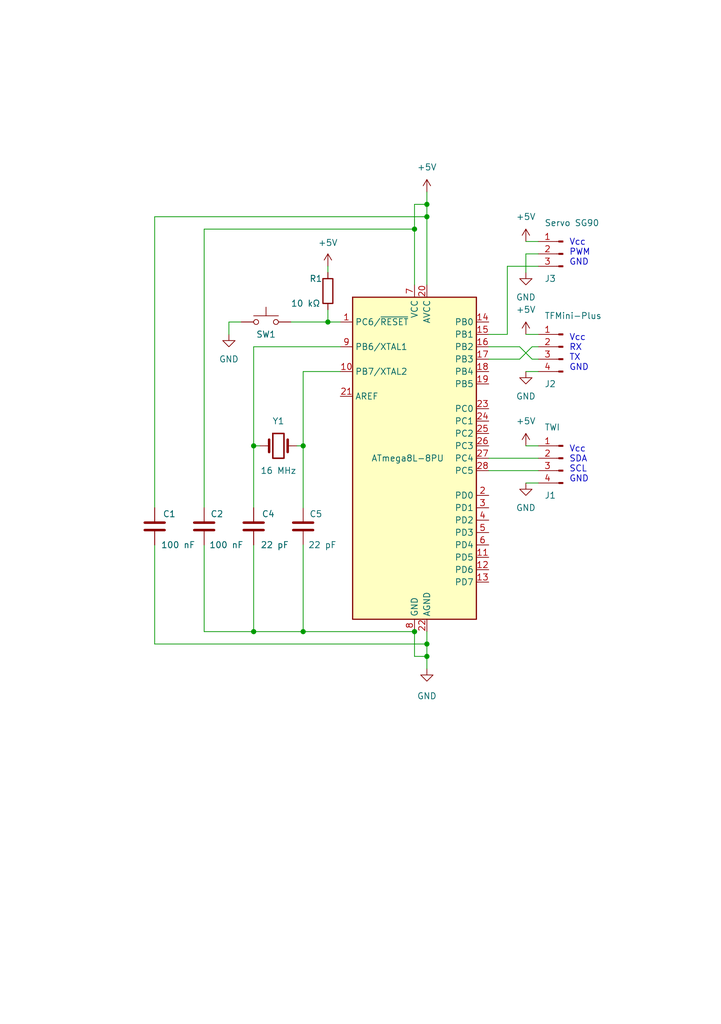
<source format=kicad_sch>
(kicad_sch (version 20211123) (generator eeschema)
  (paper "A5" portrait)
  (title_block (title "Lidar board") (date "2022-01-08") (rev "0.3.0") (comment 1 "Location: https://github.com/atlas144/mals") (comment 2 "SPDX-License-Identifier: CERN-OHL-S-2.0") (comment 3 "Author: Jakub Švarc (jakubsvarc@protonmail.com)"))
  (lib_symbols
    (symbol "Connector:Conn_01x03_Male" (pin_names (offset 1.016) hide)
      (property "Reference" "J" (at 0 5.08 0))
      (property "Value" "Conn_01x03_Male" (at 0 -5.08 0))
      (symbol "Conn_01x03_Male_1_1"
        (polyline (pts (xy 1.27 -2.54) (xy 0.8636 -2.54)) (stroke (width 0.1524)))
        (polyline (pts (xy 1.27 0) (xy 0.8636 0)) (stroke (width 0.1524)))
        (polyline (pts (xy 1.27 2.54) (xy 0.8636 2.54)) (stroke (width 0.1524)))
        (rectangle (start 0.8636 -2.413) (end 0 -2.667) (stroke (width 0.1524)) (fill (type outline)))
        (rectangle (start 0.8636 0.127) (end 0 -0.127) (stroke (width 0.1524)) (fill (type outline)))
        (rectangle (start 0.8636 2.667) (end 0 2.413) (stroke (width 0.1524)) (fill (type outline)))
        (pin passive line (at 5.08 2.54 180) (length 3.81) (name "Pin_1") (number "1"))
        (pin passive line (at 5.08 0 180) (length 3.81) (name "Pin_2") (number "2"))
        (pin passive line (at 5.08 -2.54 180) (length 3.81) (name "Pin_3") (number "3"))
      )
    )
    (symbol "Connector:Conn_01x04_Male" (pin_names (offset 1.016) hide)
      (property "Reference" "J" (at 0 5.08 0))
      (property "Value" "Conn_01x04_Male" (at 0 -7.62 0))
      (symbol "Conn_01x04_Male_1_1"
        (polyline (pts (xy 1.27 -5.08) (xy 0.8636 -5.08)) (stroke (width 0.1524)))
        (polyline (pts (xy 1.27 -2.54) (xy 0.8636 -2.54)) (stroke (width 0.1524)))
        (polyline (pts (xy 1.27 0) (xy 0.8636 0)) (stroke (width 0.1524)))
        (polyline (pts (xy 1.27 2.54) (xy 0.8636 2.54)) (stroke (width 0.1524)))
        (rectangle (start 0.8636 -4.953) (end 0 -5.207) (stroke (width 0.1524)) (fill (type outline)))
        (rectangle (start 0.8636 -2.413) (end 0 -2.667) (stroke (width 0.1524)) (fill (type outline)))
        (rectangle (start 0.8636 0.127) (end 0 -0.127) (stroke (width 0.1524)) (fill (type outline)))
        (rectangle (start 0.8636 2.667) (end 0 2.413) (stroke (width 0.1524)) (fill (type outline)))
        (pin passive line (at 5.08 2.54 180) (length 3.81) (name "Pin_1") (number "1"))
        (pin passive line (at 5.08 0 180) (length 3.81) (name "Pin_2") (number "2"))
        (pin passive line (at 5.08 -2.54 180) (length 3.81) (name "Pin_3") (number "3"))
        (pin passive line (at 5.08 -5.08 180) (length 3.81) (name "Pin_4") (number "4"))
      )
    )
    (symbol "Device:C" (pin_numbers hide) (pin_names (offset 0.254))
      (property "Reference" "C" (at 0.635 2.54 0))
      (property "Value" "C" (at 0.635 -2.54 0))
      (symbol "C_0_1"
        (polyline (pts (xy -2.032 -0.762) (xy 2.032 -0.762)) (stroke (width 0.508)))
        (polyline (pts (xy -2.032 0.762) (xy 2.032 0.762)) (stroke (width 0.508)))
      )
      (symbol "C_1_1"
        (pin passive line (at 0 3.81 270) (length 2.794) (name "~") (number "1"))
        (pin passive line (at 0 -3.81 90) (length 2.794) (name "~") (number "2"))
      )
    )
    (symbol "Device:Crystal" (pin_numbers hide) (pin_names (offset 1.016) hide)
      (property "Reference" "Y" (at 0 3.81 0))
      (property "Value" "Crystal" (at 0 -3.81 0))
      (symbol "Crystal_0_1"
        (rectangle (start -1.143 2.54) (end 1.143 -2.54) (stroke (width 0.3048)))
        (polyline (pts (xy -2.54 0) (xy -1.905 0)))
        (polyline (pts (xy -1.905 -1.27) (xy -1.905 1.27)) (stroke (width 0.508)))
        (polyline (pts (xy 1.905 -1.27) (xy 1.905 1.27)) (stroke (width 0.508)))
        (polyline (pts (xy 2.54 0) (xy 1.905 0)))
      )
      (symbol "Crystal_1_1"
        (pin passive line (at -3.81 0 0) (length 1.27) (name "1") (number "1"))
        (pin passive line (at 3.81 0 180) (length 1.27) (name "2") (number "2"))
      )
    )
    (symbol "Device:R" (pin_numbers hide) (pin_names (offset 0))
      (property "Reference" "R" (at 2.032 0 90))
      (property "Value" "R" (at 0 0 90))
      (symbol "R_0_1"
        (rectangle (start -1.016 -2.54) (end 1.016 2.54) (stroke (width 0.254)))
      )
      (symbol "R_1_1"
        (pin passive line (at 0 3.81 270) (length 1.27) (name "~") (number "1"))
        (pin passive line (at 0 -3.81 90) (length 1.27) (name "~") (number "2"))
      )
    )
    (symbol "MCU_Microchip_ATmega:ATmega8L-8P"
      (property "Reference" "U" (at -12.7 34.29 0))
      (property "Value" "ATmega8L-8P" (at 5.08 -34.29 0))
      (symbol "ATmega8L-8P_0_1"
        (rectangle (start -12.7 -33.02) (end 12.7 33.02) (stroke (width 0.254)) (fill (type background)))
      )
      (symbol "ATmega8L-8P_1_1"
        (pin bidirectional line (at -15.24 27.94 0) (length 2.54) (name "PC6/~{RESET}") (number "1"))
        (pin bidirectional line (at -15.24 17.78 0) (length 2.54) (name "PB7/XTAL2") (number "10"))
        (pin bidirectional line (at 15.24 -20.32 180) (length 2.54) (name "PD5") (number "11"))
        (pin bidirectional line (at 15.24 -22.86 180) (length 2.54) (name "PD6") (number "12"))
        (pin bidirectional line (at 15.24 -25.4 180) (length 2.54) (name "PD7") (number "13"))
        (pin bidirectional line (at 15.24 27.94 180) (length 2.54) (name "PB0") (number "14"))
        (pin bidirectional line (at 15.24 25.4 180) (length 2.54) (name "PB1") (number "15"))
        (pin bidirectional line (at 15.24 22.86 180) (length 2.54) (name "PB2") (number "16"))
        (pin bidirectional line (at 15.24 20.32 180) (length 2.54) (name "PB3") (number "17"))
        (pin bidirectional line (at 15.24 17.78 180) (length 2.54) (name "PB4") (number "18"))
        (pin bidirectional line (at 15.24 15.24 180) (length 2.54) (name "PB5") (number "19"))
        (pin bidirectional line (at 15.24 -7.62 180) (length 2.54) (name "PD0") (number "2"))
        (pin power_in line (at 2.54 35.56 270) (length 2.54) (name "AVCC") (number "20"))
        (pin passive line (at -15.24 12.7 0) (length 2.54) (name "AREF") (number "21"))
        (pin power_in line (at 2.54 -35.56 90) (length 2.54) (name "AGND") (number "22"))
        (pin bidirectional line (at 15.24 10.16 180) (length 2.54) (name "PC0") (number "23"))
        (pin bidirectional line (at 15.24 7.62 180) (length 2.54) (name "PC1") (number "24"))
        (pin bidirectional line (at 15.24 5.08 180) (length 2.54) (name "PC2") (number "25"))
        (pin bidirectional line (at 15.24 2.54 180) (length 2.54) (name "PC3") (number "26"))
        (pin bidirectional line (at 15.24 0 180) (length 2.54) (name "PC4") (number "27"))
        (pin bidirectional line (at 15.24 -2.54 180) (length 2.54) (name "PC5") (number "28"))
        (pin bidirectional line (at 15.24 -10.16 180) (length 2.54) (name "PD1") (number "3"))
        (pin bidirectional line (at 15.24 -12.7 180) (length 2.54) (name "PD2") (number "4"))
        (pin bidirectional line (at 15.24 -15.24 180) (length 2.54) (name "PD3") (number "5"))
        (pin bidirectional line (at 15.24 -17.78 180) (length 2.54) (name "PD4") (number "6"))
        (pin power_in line (at 0 35.56 270) (length 2.54) (name "VCC") (number "7"))
        (pin power_in line (at 0 -35.56 90) (length 2.54) (name "GND") (number "8"))
        (pin bidirectional line (at -15.24 22.86 0) (length 2.54) (name "PB6/XTAL1") (number "9"))
      )
    )
    (symbol "Switch:SW_Push" (pin_numbers hide) (pin_names (offset 1.016) hide)
      (property "Reference" "SW" (at 1.27 2.54 0))
      (property "Value" "SW_Push" (at 0 -1.524 0))
      (symbol "SW_Push_0_1"
        (circle (center -2.032 0) (radius 0.508))
        (polyline (pts (xy 0 1.27) (xy 0 3.048)))
        (polyline (pts (xy 2.54 1.27) (xy -2.54 1.27)))
        (circle (center 2.032 0) (radius 0.508))
        (pin passive line (at -5.08 0 0) (length 2.54) (name "1") (number "1"))
        (pin passive line (at 5.08 0 180) (length 2.54) (name "2") (number "2"))
      )
    )
    (symbol "power:+5V" (power) (pin_names (offset 0))
      (property "Value" "+5V" (at 0 3.556 0))
      (symbol "+5V_0_1"
        (polyline (pts (xy -0.762 1.27) (xy 0 2.54)))
        (polyline (pts (xy 0 0) (xy 0 2.54)))
        (polyline (pts (xy 0 2.54) (xy 0.762 1.27)))
      )
      (symbol "+5V_1_1"
        (pin power_in line (at 0 0 90) (length 0) hide (name "+5V") (number "1"))
      )
    )
    (symbol "power:GND" (power) (pin_names (offset 0))
      (property "Value" "GND" (at 0 -3.81 0))
      (symbol "GND_0_1"
        (polyline (pts (xy 0 0) (xy 0 -1.27) (xy 1.27 -1.27) (xy 0 -2.54) (xy -1.27 -1.27) (xy 0 -1.27)))
      )
      (symbol "GND_1_1"
        (pin power_in line (at 0 0 270) (length 0) hide (name "GND") (number "1"))
      )
    )
  )
  (junction (at 85.09 46.99))
  (junction (at 87.63 132.08))
  (junction (at 87.63 44.45))
  (junction (at 87.63 134.62))
  (junction (at 85.09 129.54))
  (junction (at 67.31 66.04))
  (junction (at 62.23 91.44))
  (junction (at 52.07 91.44))
  (junction (at 52.07 129.54))
  (junction (at 62.23 129.54))
  (junction (at 87.63 41.91))
  (wire (pts (xy 52.07 71.12) (xy 52.07 91.44)))
  (wire (pts (xy 100.33 71.12) (xy 106.68 71.12)))
  (wire (pts (xy 85.09 129.54) (xy 62.23 129.54)))
  (wire (pts (xy 67.31 55.88) (xy 67.31 54.61)))
  (wire (pts (xy 85.09 134.62) (xy 85.09 129.54)))
  (wire (pts (xy 46.99 66.04) (xy 49.53 66.04)))
  (wire (pts (xy 52.07 129.54) (xy 41.91 129.54)))
  (wire (pts (xy 110.49 54.61) (xy 104.14 54.61)))
  (wire (pts (xy 87.63 39.37) (xy 87.63 41.91)))
  (wire (pts (xy 41.91 104.14) (xy 41.91 46.99)))
  (wire (pts (xy 87.63 132.08) (xy 31.75 132.08)))
  (wire (pts (xy 107.95 99.06) (xy 110.49 99.06)))
  (wire (pts (xy 46.99 66.04) (xy 46.99 68.58)))
  (wire (pts (xy 104.14 54.61) (xy 104.14 68.58)))
  (wire (pts (xy 87.63 41.91) (xy 85.09 41.91)))
  (wire (pts (xy 67.31 66.04) (xy 69.85 66.04)))
  (wire (pts (xy 62.23 76.2) (xy 62.23 91.44)))
  (wire (pts (xy 69.85 71.12) (xy 52.07 71.12)))
  (wire (pts (xy 60.96 91.44) (xy 62.23 91.44)))
  (wire (pts (xy 52.07 91.44) (xy 52.07 104.14)))
  (wire (pts (xy 87.63 58.42) (xy 87.63 44.45)))
  (wire (pts (xy 107.95 52.07) (xy 107.95 55.88)))
  (wire (pts (xy 52.07 91.44) (xy 53.34 91.44)))
  (wire (pts (xy 52.07 111.76) (xy 52.07 129.54)))
  (wire (pts (xy 109.22 71.12) (xy 106.68 73.66)))
  (wire (pts (xy 41.91 46.99) (xy 85.09 46.99)))
  (wire (pts (xy 107.95 91.44) (xy 110.49 91.44)))
  (wire (pts (xy 87.63 134.62) (xy 87.63 137.16)))
  (wire (pts (xy 107.95 76.2) (xy 110.49 76.2)))
  (wire (pts (xy 59.69 66.04) (xy 67.31 66.04)))
  (wire (pts (xy 100.33 96.52) (xy 110.49 96.52)))
  (wire (pts (xy 110.49 71.12) (xy 109.22 71.12)))
  (wire (pts (xy 107.95 68.58) (xy 110.49 68.58)))
  (wire (pts (xy 62.23 129.54) (xy 52.07 129.54)))
  (wire (pts (xy 31.75 44.45) (xy 87.63 44.45)))
  (wire (pts (xy 109.22 73.66) (xy 110.49 73.66)))
  (wire (pts (xy 110.49 52.07) (xy 107.95 52.07)))
  (wire (pts (xy 85.09 41.91) (xy 85.09 46.99)))
  (wire (pts (xy 69.85 76.2) (xy 62.23 76.2)))
  (wire (pts (xy 87.63 41.91) (xy 87.63 44.45)))
  (wire (pts (xy 87.63 129.54) (xy 87.63 132.08)))
  (wire (pts (xy 100.33 68.58) (xy 104.14 68.58)))
  (wire (pts (xy 106.68 73.66) (xy 100.33 73.66)))
  (wire (pts (xy 41.91 129.54) (xy 41.91 111.76)))
  (wire (pts (xy 87.63 134.62) (xy 85.09 134.62)))
  (wire (pts (xy 85.09 46.99) (xy 85.09 58.42)))
  (wire (pts (xy 62.23 111.76) (xy 62.23 129.54)))
  (wire (pts (xy 67.31 63.5) (xy 67.31 66.04)))
  (wire (pts (xy 100.33 93.98) (xy 110.49 93.98)))
  (wire (pts (xy 107.95 49.53) (xy 110.49 49.53)))
  (wire (pts (xy 87.63 132.08) (xy 87.63 134.62)))
  (wire (pts (xy 31.75 104.14) (xy 31.75 44.45)))
  (wire (pts (xy 106.68 71.12) (xy 109.22 73.66)))
  (wire (pts (xy 31.75 132.08) (xy 31.75 111.76)))
  (wire (pts (xy 62.23 91.44) (xy 62.23 104.14)))
  (text "Vcc\nSDA\nSCL\nGND" (at 116.84 99.06 0) (effects (font (size 1.27 1.27)) (justify left bottom)))
  (text "Vcc\nRX\nTX\nGND" (at 116.84 76.2 0) (effects (font (size 1.27 1.27)) (justify left bottom)))
  (text "Vcc\nPWM\nGND" (at 116.84 54.61 0) (effects (font (size 1.27 1.27)) (justify left bottom)))
  (symbol (lib_id "MCU_Microchip_ATmega:ATmega8L-8P") (at 85.09 93.98 0) (unit 1)
    (property "Reference" "U1" (effects hide))
    (property "Value" "ATmega8L-8PU" (at 76.2 93.98 0) (effects (justify left)))
    (property "Footprint" "Package_DIP:DIP-28_W7.62mm_Socket" (effects hide))
    (property "Datasheet" "http://ww1.microchip.com/downloads/en/DeviceDoc/atmel-2486-8-bit-avr-microcontroller-atmega8_l_datasheet.pdf" (effects hide))
  )
  (symbol (lib_id "Device:C") (at 41.91 107.95 0) (unit 1)
    (property "Reference" "C2" (at 43.18 105.41 0) (effects (justify left)))
    (property "Value" "100 nF" (at 42.926 111.7599 0) (effects (justify left)))
    (property "Footprint" "Capacitor_THT:C_Disc_D4.3mm_W1.9mm_P5.00mm" (effects hide))
  )
  (symbol (lib_id "Switch:SW_Push") (at 54.61 66.04 0) (unit 1)
    (property "Reference" "SW1" (at 54.61 68.58 0))
    (property "Value" "SW_Push" (effects hide))
    (property "Footprint" "Button_Switch_THT:SW_PUSH_6mm_H5mm" (effects hide))
  )
  (symbol (lib_id "power:+5V") (at 67.31 54.61 0) (unit 1)
    (property "Reference" "#PWR0106" (effects hide))
    (property "Value" "+5V" (at 67.31 49.784 0))
  )
  (symbol (lib_id "power:GND") (at 87.63 137.16 0) (unit 1)
    (property "Reference" "#PWR0101" (effects hide))
    (property "Value" "GND" (at 87.63 142.748 0))
  )
  (symbol (lib_id "power:GND") (at 107.95 55.88 0) (unit 1)
    (property "Reference" "#PWR0109" (effects hide))
    (property "Value" "GND" (at 107.95 60.96 0))
  )
  (symbol (lib_id "Connector:Conn_01x03_Male") (at 115.57 52.07 0) (mirror y) (unit 1)
    (property "Reference" "J3" (at 111.76 57.15 0) (effects (justify right)))
    (property "Value" "Servo SG90" (at 111.76 45.72 0) (effects (justify right)))
    (property "Footprint" "Connector_PinHeader_2.54mm:PinHeader_1x03_P2.54mm_Vertical" (effects hide))
  )
  (symbol (lib_id "power:GND") (at 46.99 68.58 0) (unit 1)
    (property "Reference" "#PWR0104" (effects hide))
    (property "Value" "GND" (at 46.99 73.66 0))
  )
  (symbol (lib_id "power:GND") (at 107.95 76.2 0) (unit 1)
    (property "Reference" "#PWR0103" (effects hide))
    (property "Value" "GND" (at 107.95 81.28 0))
  )
  (symbol (lib_id "power:+5V") (at 107.95 68.58 0) (unit 1)
    (property "Reference" "#PWR0111" (effects hide))
    (property "Value" "+5V" (at 107.95 63.5 0))
  )
  (symbol (lib_id "Device:Crystal") (at 57.15 91.44 180) (unit 1)
    (property "Reference" "Y1" (at 57.15 86.36 0))
    (property "Value" "16 MHz" (at 57.15 96.52 0))
    (property "Footprint" "Crystal:Crystal_HC49-4H_Vertical" (effects hide))
  )
  (symbol (lib_id "Connector:Conn_01x04_Male") (at 115.57 93.98 0) (mirror y) (unit 1)
    (property "Reference" "J1" (at 111.76 101.6 0) (effects (justify right)))
    (property "Value" "TWI" (at 111.76 87.63 0) (effects (justify right)))
    (property "Footprint" "Connector_Molex:Molex_KK-254_AE-6410-04A_1x04_P2.54mm_Vertical" (effects hide))
  )
  (symbol (lib_id "power:GND") (at 107.95 99.06 0) (unit 1)
    (property "Reference" "#PWR0110" (effects hide))
    (property "Value" "GND" (at 107.95 104.14 0))
  )
  (symbol (lib_id "power:+5V") (at 107.95 49.53 0) (unit 1)
    (property "Reference" "#PWR0108" (effects hide))
    (property "Value" "+5V" (at 107.95 44.45 0))
  )
  (symbol (lib_id "Connector:Conn_01x04_Male") (at 115.57 71.12 0) (mirror y) (unit 1)
    (property "Reference" "J2" (at 111.76 78.74 0) (effects (justify right)))
    (property "Value" "TFMini-Plus" (at 111.76 64.77 0) (effects (justify right)))
    (property "Footprint" "Connector_PinHeader_2.54mm:PinHeader_1x04_P2.54mm_Vertical" (effects hide))
  )
  (symbol (lib_id "Device:C") (at 52.07 107.95 0) (unit 1)
    (property "Reference" "C4" (at 53.721 105.41 0) (effects (justify left)))
    (property "Value" "22 pF" (at 53.467 111.7599 0) (effects (justify left)))
    (property "Footprint" "Capacitor_THT:C_Disc_D4.3mm_W1.9mm_P5.00mm" (effects hide))
  )
  (symbol (lib_id "Device:R") (at 67.31 59.69 0) (unit 1)
    (property "Reference" "R1" (at 63.5 57.15 0) (effects (justify left)))
    (property "Value" "10 kΩ" (at 59.69 62.23 0) (effects (justify left)))
    (property "Footprint" "Resistor_THT:R_Axial_DIN0207_L6.3mm_D2.5mm_P10.16mm_Horizontal" (effects hide))
  )
  (symbol (lib_id "Device:C") (at 31.75 107.95 0) (unit 1)
    (property "Reference" "C1" (at 33.401 105.41 0) (effects (justify left)))
    (property "Value" "100 nF" (at 33.02 111.76 0) (effects (justify left)))
    (property "Footprint" "Capacitor_THT:C_Disc_D4.3mm_W1.9mm_P5.00mm" (effects hide))
  )
  (symbol (lib_id "Device:C") (at 62.23 107.95 0) (unit 1)
    (property "Reference" "C5" (at 63.5 105.41 0) (effects (justify left)))
    (property "Value" "22 pF" (at 63.246 111.7599 0) (effects (justify left)))
    (property "Footprint" "Capacitor_THT:C_Disc_D4.3mm_W1.9mm_P5.00mm" (effects hide))
  )
  (symbol (lib_id "power:+5V") (at 87.63 39.37 0) (unit 1)
    (property "Reference" "#PWR0107" (effects hide))
    (property "Value" "+5V" (at 87.63 34.29 0))
  )
  (symbol (lib_id "power:+5V") (at 107.95 91.44 0) (unit 1)
    (property "Reference" "#PWR0102" (effects hide))
    (property "Value" "+5V" (at 107.95 86.36 0))
  )
)
</source>
